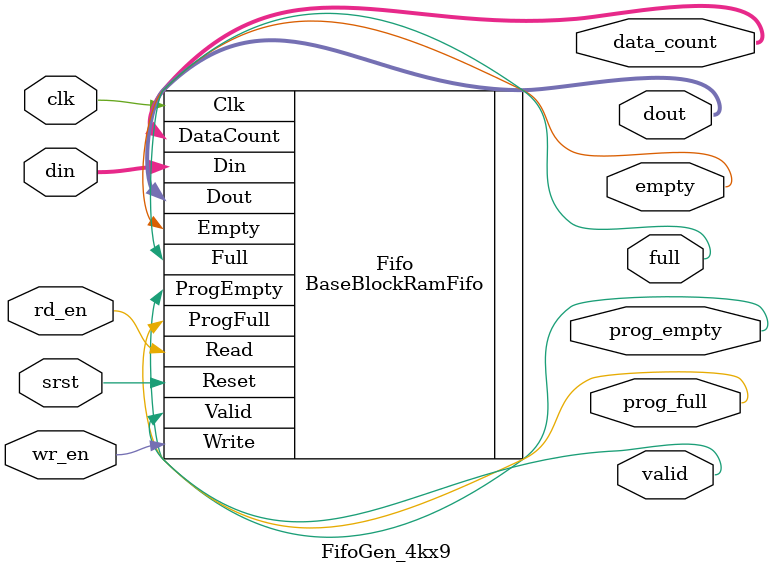
<source format=v>
/*
	FifoGen_4kx9.v: Behavior version of 4kx9 block RAM FIFO

		  Ted Rossin  9-27-2024
	  		     11-07-2024 

     Note: 
*/

`timescale 1ns / 1ps

module FifoGen_4kx9(
     input clk
    ,input srst
    ,input[8:0] din
    ,input wr_en
    ,input rd_en
    ,output[8:0] dout
    ,output valid
    ,output full
    ,output empty
    ,output prog_empty
    ,output[11:0] data_count
    ,output prog_full
);

    BaseBlockRamFifo #(
         .FirstWordFall(0)
	,.BuiltIn(0)
	,.Width(9)
	,.ProgFullValue(14)
	,.ProgEmptyValue(5)
	,.DataCountWidth(12)
	,.Depth(4096)
    ) Fifo(
     	 .Clk(clk)
    	,.Reset(srst)
    	,.Write(wr_en)
    	,.Read(rd_en)
    	,.Din(din)
    	,.Dout(dout)
    	,.ProgFull(prog_full)
    	,.ProgEmpty(prog_empty)
    	,.DataCount(data_count)
    	,.Empty(empty)
    	,.Valid(valid)
    	,.Full(full)
    );
endmodule

</source>
